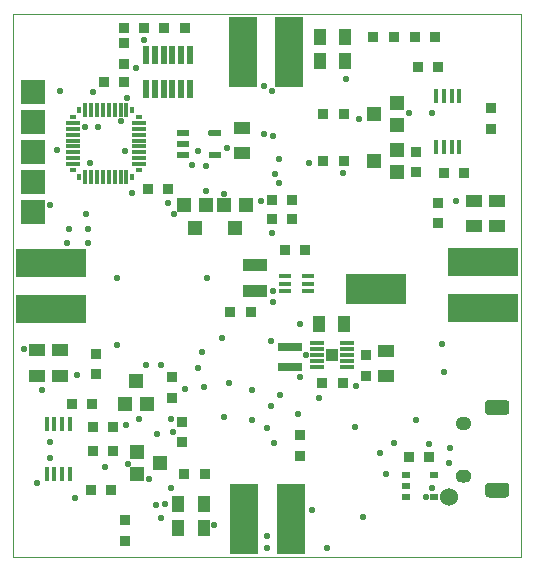
<source format=gts>
G04 PROTEUS RS274X GERBER FILE*
%FSLAX24Y24*%
%MOIN*%
%ADD51C,0.0220*%
%ADD52C,0.0600*%
%ADD53R,0.0926X0.2383*%
%ADD54R,0.2383X0.0926*%
%ADD18C,0.0012*%
%ADD55R,0.0420X0.0520*%
%ADD56R,0.0520X0.0420*%
%ADD57R,0.0370X0.0370*%
%ADD58R,0.0177X0.0453*%
%ADD59R,0.0500X0.0450*%
%ADD60R,0.0450X0.0500*%
%ADD23R,0.0393X0.0137*%
%ADD24R,0.0787X0.0393*%
%ADD61R,0.0236X0.0610*%
%ADD62R,0.0270X0.0220*%
%ADD63R,0.0492X0.0138*%
%ADD64R,0.0436X0.0416*%
%ADD29R,0.0787X0.0314*%
%ADD72R,0.0410X0.0240*%
%ADD65R,0.0820X0.0820*%
%ADD30R,0.0118X0.0216*%
%ADD66R,0.0138X0.0492*%
%ADD32R,0.0216X0.0118*%
%ADD67R,0.1000X0.1000*%
%ADD33C,0.0020*%
G54D51*
X-4483Y+3092D03*
X-6045Y+2377D03*
X+3188Y-7716D03*
X-6316Y-2994D03*
X-5914Y+4069D03*
X-3384Y-7272D03*
X-4021Y-2666D03*
X+6306Y+2803D03*
X+5500Y-6750D03*
X-2500Y+4000D03*
X+0Y-8750D03*
X+4750Y+5750D03*
X-5000Y-2000D03*
X-7500Y-3500D03*
X-1750Y-8000D03*
X+2000Y-8750D03*
X+4250Y-5250D03*
X+2952Y-4724D03*
X+1317Y-2323D03*
X+2958Y-3363D03*
X+3058Y+5537D03*
X-4881Y+5472D03*
X+1500Y-7500D03*
X-500Y-4500D03*
X-500Y-3500D03*
X+186Y-563D03*
X-6063Y+5282D03*
X-189Y+2826D03*
X-5625Y+5276D03*
X+190Y-180D03*
X+155Y+1756D03*
X+6072Y-5903D03*
X+4976Y-4495D03*
X+1750Y-3750D03*
X+0Y-4750D03*
X+0Y-8346D03*
X-1854Y+5081D03*
X-1338Y+4566D03*
X-2023Y+3993D03*
X-2023Y+3143D03*
X-7217Y+2689D03*
X-4723Y+4486D03*
X+1051Y-4289D03*
X+5293Y-7047D03*
X-2284Y+4489D03*
X+5393Y-5275D03*
X+3976Y-6299D03*
X-1500Y-1750D03*
X-4648Y+6259D03*
X+2640Y+6890D03*
G54D52*
X+6062Y-7047D03*
G54D51*
X+6102Y-5429D03*
X+5905Y-2893D03*
X-3298Y+2762D03*
X-5000Y+250D03*
X-7654Y-6596D03*
X-7000Y+4500D03*
X-3688Y-7326D03*
X-3539Y-7751D03*
X-107Y+6662D03*
X-107Y+5042D03*
X+2525Y+3736D03*
X+275Y+3720D03*
X+393Y+3428D03*
X+172Y+6483D03*
X+215Y+4984D03*
X+1399Y+4078D03*
X+397Y+4213D03*
X-2719Y-3443D03*
X-7244Y-5767D03*
X-8100Y-2112D03*
X-1434Y+3043D03*
X-5958Y+1412D03*
X-6653Y+1417D03*
X-4094Y+8188D03*
X-3101Y+2376D03*
X-5958Y+1892D03*
X-6614Y+1889D03*
X-4366Y+7263D03*
X-5787Y+6437D03*
X-6896Y+6494D03*
X-5403Y-6039D03*
X-4627Y-5937D03*
X-4682Y-4655D03*
X-3660Y-4950D03*
X-3543Y-2637D03*
X-2085Y-3386D03*
X-3188Y-4468D03*
X-4251Y-4468D03*
X-2000Y+250D03*
X-1250Y-3250D03*
X+250Y-5250D03*
X+1110Y-1300D03*
X+151Y-1837D03*
X+5825Y-1954D03*
X-3942Y-6439D03*
X-7243Y-5207D03*
X-3130Y-4900D03*
X-1440Y-4390D03*
X+127Y-4022D03*
X+430Y-3660D03*
X+1092Y-3036D03*
X+3764Y-5599D03*
X-2178Y-2210D03*
X-2283Y-2736D03*
X-3189Y-6742D03*
X-6382Y-7088D03*
X+5500Y+5750D03*
G54D53*
X-787Y+7795D03*
X+748Y+7795D03*
G54D54*
X-7204Y+748D03*
X-7204Y-787D03*
G54D53*
X+787Y-7795D03*
X-748Y-7795D03*
G54D54*
X+7204Y-748D03*
X+7204Y+787D03*
G54D18*
X+6496Y-6538D02*
X+6574Y-6538D01*
X+6613Y-6534D01*
X+6649Y-6523D01*
X+6682Y-6506D01*
X+6710Y-6483D01*
X+6733Y-6455D01*
X+6750Y-6423D01*
X+6761Y-6387D01*
X+6765Y-6347D01*
X+6765Y-6329D01*
X+6761Y-6289D01*
X+6750Y-6253D01*
X+6733Y-6221D01*
X+6710Y-6193D01*
X+6682Y-6170D01*
X+6649Y-6153D01*
X+6613Y-6142D01*
X+6574Y-6138D01*
X+6496Y-6138D01*
X+6457Y-6142D01*
X+6421Y-6153D01*
X+6388Y-6170D01*
X+6360Y-6193D01*
X+6337Y-6221D01*
X+6320Y-6253D01*
X+6309Y-6289D01*
X+6305Y-6329D01*
X+6305Y-6347D01*
X+6309Y-6387D01*
X+6320Y-6423D01*
X+6337Y-6455D01*
X+6360Y-6483D01*
X+6388Y-6506D01*
X+6421Y-6523D01*
X+6457Y-6534D01*
X+6496Y-6538D01*
X+6574Y-6538D01*
X+6450Y-6532D02*
X+6619Y-6532D01*
X+6430Y-6526D02*
X+6639Y-6526D01*
X+6415Y-6520D02*
X+6654Y-6520D01*
X+6403Y-6514D02*
X+6666Y-6514D01*
X+6391Y-6508D02*
X+6678Y-6508D01*
X+6383Y-6502D02*
X+6686Y-6502D01*
X+6375Y-6496D02*
X+6694Y-6496D01*
X+6368Y-6490D02*
X+6701Y-6490D01*
X+6361Y-6484D02*
X+6708Y-6484D01*
X+6355Y-6478D02*
X+6714Y-6478D01*
X+6350Y-6472D02*
X+6719Y-6472D01*
X+6346Y-6466D02*
X+6723Y-6466D01*
X+6341Y-6460D02*
X+6728Y-6460D01*
X+6336Y-6454D02*
X+6733Y-6454D01*
X+6333Y-6448D02*
X+6736Y-6448D01*
X+6330Y-6442D02*
X+6739Y-6442D01*
X+6326Y-6436D02*
X+6743Y-6436D01*
X+6323Y-6430D02*
X+6746Y-6430D01*
X+6320Y-6424D02*
X+6749Y-6424D01*
X+6318Y-6418D02*
X+6751Y-6418D01*
X+6316Y-6412D02*
X+6753Y-6412D01*
X+6314Y-6406D02*
X+6755Y-6406D01*
X+6312Y-6400D02*
X+6757Y-6400D01*
X+6311Y-6394D02*
X+6758Y-6394D01*
X+6309Y-6388D02*
X+6760Y-6388D01*
X+6308Y-6382D02*
X+6761Y-6382D01*
X+6307Y-6376D02*
X+6762Y-6376D01*
X+6307Y-6370D02*
X+6762Y-6370D01*
X+6306Y-6364D02*
X+6763Y-6364D01*
X+6306Y-6358D02*
X+6763Y-6358D01*
X+6305Y-6352D02*
X+6764Y-6352D01*
X+6305Y-6346D02*
X+6765Y-6346D01*
X+6305Y-6340D02*
X+6765Y-6340D01*
X+6305Y-6334D02*
X+6765Y-6334D01*
X+6305Y-6328D02*
X+6764Y-6328D01*
X+6305Y-6322D02*
X+6764Y-6322D01*
X+6306Y-6316D02*
X+6763Y-6316D01*
X+6306Y-6310D02*
X+6763Y-6310D01*
X+6307Y-6304D02*
X+6762Y-6304D01*
X+6308Y-6298D02*
X+6761Y-6298D01*
X+6308Y-6292D02*
X+6761Y-6292D01*
X+6309Y-6286D02*
X+6760Y-6286D01*
X+6311Y-6280D02*
X+6758Y-6280D01*
X+6313Y-6274D02*
X+6756Y-6274D01*
X+6315Y-6268D02*
X+6754Y-6268D01*
X+6317Y-6262D02*
X+6752Y-6262D01*
X+6319Y-6256D02*
X+6750Y-6256D01*
X+6321Y-6250D02*
X+6748Y-6250D01*
X+6324Y-6244D02*
X+6745Y-6244D01*
X+6327Y-6238D02*
X+6742Y-6238D01*
X+6331Y-6232D02*
X+6738Y-6232D01*
X+6334Y-6226D02*
X+6735Y-6226D01*
X+6337Y-6220D02*
X+6732Y-6220D01*
X+6342Y-6214D02*
X+6727Y-6214D01*
X+6347Y-6208D02*
X+6722Y-6208D01*
X+6352Y-6202D02*
X+6717Y-6202D01*
X+6357Y-6196D02*
X+6712Y-6196D01*
X+6363Y-6190D02*
X+6706Y-6190D01*
X+6370Y-6184D02*
X+6699Y-6184D01*
X+6378Y-6178D02*
X+6691Y-6178D01*
X+6385Y-6172D02*
X+6684Y-6172D01*
X+6395Y-6166D02*
X+6674Y-6166D01*
X+6407Y-6160D02*
X+6662Y-6160D01*
X+6419Y-6154D02*
X+6650Y-6154D01*
X+6437Y-6148D02*
X+6632Y-6148D01*
X+6457Y-6142D02*
X+6613Y-6142D01*
X+6496Y-6138D02*
X+6574Y-6138D01*
X+6496Y-4786D02*
X+6574Y-4786D01*
X+6613Y-4782D01*
X+6649Y-4771D01*
X+6682Y-4754D01*
X+6710Y-4731D01*
X+6733Y-4703D01*
X+6750Y-4671D01*
X+6761Y-4635D01*
X+6765Y-4595D01*
X+6765Y-4577D01*
X+6761Y-4537D01*
X+6750Y-4501D01*
X+6733Y-4469D01*
X+6710Y-4441D01*
X+6682Y-4418D01*
X+6649Y-4401D01*
X+6613Y-4390D01*
X+6574Y-4386D01*
X+6496Y-4386D01*
X+6457Y-4390D01*
X+6421Y-4401D01*
X+6388Y-4418D01*
X+6360Y-4441D01*
X+6337Y-4469D01*
X+6320Y-4501D01*
X+6309Y-4537D01*
X+6305Y-4577D01*
X+6305Y-4595D01*
X+6309Y-4635D01*
X+6320Y-4671D01*
X+6337Y-4703D01*
X+6360Y-4731D01*
X+6388Y-4754D01*
X+6421Y-4771D01*
X+6457Y-4782D01*
X+6496Y-4786D01*
X+6574Y-4786D01*
X+6450Y-4780D02*
X+6619Y-4780D01*
X+6430Y-4774D02*
X+6639Y-4774D01*
X+6415Y-4768D02*
X+6654Y-4768D01*
X+6403Y-4762D02*
X+6666Y-4762D01*
X+6391Y-4756D02*
X+6678Y-4756D01*
X+6383Y-4750D02*
X+6686Y-4750D01*
X+6375Y-4744D02*
X+6694Y-4744D01*
X+6368Y-4738D02*
X+6701Y-4738D01*
X+6361Y-4732D02*
X+6708Y-4732D01*
X+6355Y-4726D02*
X+6714Y-4726D01*
X+6350Y-4720D02*
X+6719Y-4720D01*
X+6346Y-4714D02*
X+6723Y-4714D01*
X+6341Y-4708D02*
X+6728Y-4708D01*
X+6336Y-4702D02*
X+6733Y-4702D01*
X+6333Y-4696D02*
X+6736Y-4696D01*
X+6330Y-4690D02*
X+6739Y-4690D01*
X+6326Y-4684D02*
X+6743Y-4684D01*
X+6323Y-4678D02*
X+6746Y-4678D01*
X+6320Y-4672D02*
X+6749Y-4672D01*
X+6318Y-4666D02*
X+6751Y-4666D01*
X+6316Y-4660D02*
X+6753Y-4660D01*
X+6314Y-4654D02*
X+6755Y-4654D01*
X+6312Y-4648D02*
X+6757Y-4648D01*
X+6311Y-4642D02*
X+6758Y-4642D01*
X+6309Y-4636D02*
X+6760Y-4636D01*
X+6308Y-4630D02*
X+6761Y-4630D01*
X+6307Y-4624D02*
X+6762Y-4624D01*
X+6307Y-4618D02*
X+6762Y-4618D01*
X+6306Y-4612D02*
X+6763Y-4612D01*
X+6306Y-4606D02*
X+6763Y-4606D01*
X+6305Y-4600D02*
X+6764Y-4600D01*
X+6305Y-4594D02*
X+6765Y-4594D01*
X+6305Y-4588D02*
X+6765Y-4588D01*
X+6305Y-4582D02*
X+6765Y-4582D01*
X+6305Y-4576D02*
X+6764Y-4576D01*
X+6305Y-4570D02*
X+6764Y-4570D01*
X+6306Y-4564D02*
X+6763Y-4564D01*
X+6306Y-4558D02*
X+6763Y-4558D01*
X+6307Y-4552D02*
X+6762Y-4552D01*
X+6308Y-4546D02*
X+6761Y-4546D01*
X+6308Y-4540D02*
X+6761Y-4540D01*
X+6309Y-4534D02*
X+6760Y-4534D01*
X+6311Y-4528D02*
X+6758Y-4528D01*
X+6313Y-4522D02*
X+6756Y-4522D01*
X+6315Y-4516D02*
X+6754Y-4516D01*
X+6317Y-4510D02*
X+6752Y-4510D01*
X+6319Y-4504D02*
X+6750Y-4504D01*
X+6321Y-4498D02*
X+6748Y-4498D01*
X+6324Y-4492D02*
X+6745Y-4492D01*
X+6327Y-4486D02*
X+6742Y-4486D01*
X+6331Y-4480D02*
X+6738Y-4480D01*
X+6334Y-4474D02*
X+6735Y-4474D01*
X+6337Y-4468D02*
X+6732Y-4468D01*
X+6342Y-4462D02*
X+6727Y-4462D01*
X+6347Y-4456D02*
X+6722Y-4456D01*
X+6352Y-4450D02*
X+6717Y-4450D01*
X+6357Y-4444D02*
X+6712Y-4444D01*
X+6363Y-4438D02*
X+6706Y-4438D01*
X+6370Y-4432D02*
X+6699Y-4432D01*
X+6378Y-4426D02*
X+6691Y-4426D01*
X+6385Y-4420D02*
X+6684Y-4420D01*
X+6395Y-4414D02*
X+6674Y-4414D01*
X+6407Y-4408D02*
X+6662Y-4408D01*
X+6419Y-4402D02*
X+6650Y-4402D01*
X+6437Y-4396D02*
X+6632Y-4396D01*
X+6457Y-4390D02*
X+6613Y-4390D01*
X+6496Y-4386D02*
X+6574Y-4386D01*
X+7390Y-7037D02*
X+7936Y-7037D01*
X+7960Y-7034D01*
X+7981Y-7027D01*
X+8001Y-7018D01*
X+8018Y-7004D01*
X+8031Y-6987D01*
X+8041Y-6968D01*
X+8048Y-6946D01*
X+8050Y-6923D01*
X+8050Y-6691D01*
X+8048Y-6668D01*
X+8041Y-6646D01*
X+8031Y-6627D01*
X+8018Y-6610D01*
X+8001Y-6596D01*
X+7981Y-6587D01*
X+7960Y-6580D01*
X+7936Y-6577D01*
X+7390Y-6577D01*
X+7366Y-6580D01*
X+7345Y-6587D01*
X+7325Y-6596D01*
X+7308Y-6610D01*
X+7295Y-6627D01*
X+7285Y-6646D01*
X+7278Y-6668D01*
X+7276Y-6691D01*
X+7276Y-6923D01*
X+7278Y-6946D01*
X+7285Y-6968D01*
X+7295Y-6987D01*
X+7308Y-7004D01*
X+7325Y-7018D01*
X+7345Y-7027D01*
X+7366Y-7034D01*
X+7390Y-7037D01*
X+7936Y-7037D01*
X+7357Y-7031D02*
X+7969Y-7031D01*
X+7340Y-7025D02*
X+7985Y-7025D01*
X+7327Y-7019D02*
X+7998Y-7019D01*
X+7318Y-7013D02*
X+8007Y-7013D01*
X+7311Y-7007D02*
X+8014Y-7007D01*
X+7305Y-7001D02*
X+8020Y-7001D01*
X+7301Y-6995D02*
X+8024Y-6995D01*
X+7296Y-6989D02*
X+8029Y-6989D01*
X+7292Y-6983D02*
X+8033Y-6983D01*
X+7289Y-6977D02*
X+8036Y-6977D01*
X+7286Y-6971D02*
X+8039Y-6971D01*
X+7284Y-6965D02*
X+8041Y-6965D01*
X+7282Y-6959D02*
X+8043Y-6959D01*
X+7280Y-6953D02*
X+8045Y-6953D01*
X+7278Y-6947D02*
X+8047Y-6947D01*
X+7277Y-6941D02*
X+8048Y-6941D01*
X+7277Y-6935D02*
X+8048Y-6935D01*
X+7276Y-6929D02*
X+8049Y-6929D01*
X+7276Y-6923D02*
X+8050Y-6923D01*
X+7276Y-6917D02*
X+8050Y-6917D01*
X+7276Y-6911D02*
X+8050Y-6911D01*
X+7276Y-6905D02*
X+8050Y-6905D01*
X+7276Y-6899D02*
X+8050Y-6899D01*
X+7276Y-6893D02*
X+8050Y-6893D01*
X+7276Y-6887D02*
X+8050Y-6887D01*
X+7276Y-6881D02*
X+8050Y-6881D01*
X+7276Y-6875D02*
X+8050Y-6875D01*
X+7276Y-6869D02*
X+8050Y-6869D01*
X+7276Y-6863D02*
X+8050Y-6863D01*
X+7276Y-6857D02*
X+8050Y-6857D01*
X+7276Y-6851D02*
X+8050Y-6851D01*
X+7276Y-6845D02*
X+8050Y-6845D01*
X+7276Y-6839D02*
X+8050Y-6839D01*
X+7276Y-6833D02*
X+8050Y-6833D01*
X+7276Y-6827D02*
X+8050Y-6827D01*
X+7276Y-6821D02*
X+8050Y-6821D01*
X+7276Y-6815D02*
X+8050Y-6815D01*
X+7276Y-6809D02*
X+8050Y-6809D01*
X+7276Y-6803D02*
X+8050Y-6803D01*
X+7276Y-6797D02*
X+8050Y-6797D01*
X+7276Y-6791D02*
X+8050Y-6791D01*
X+7276Y-6785D02*
X+8050Y-6785D01*
X+7276Y-6779D02*
X+8050Y-6779D01*
X+7276Y-6773D02*
X+8050Y-6773D01*
X+7276Y-6767D02*
X+8050Y-6767D01*
X+7276Y-6761D02*
X+8050Y-6761D01*
X+7276Y-6755D02*
X+8050Y-6755D01*
X+7276Y-6749D02*
X+8050Y-6749D01*
X+7276Y-6743D02*
X+8050Y-6743D01*
X+7276Y-6737D02*
X+8050Y-6737D01*
X+7276Y-6731D02*
X+8050Y-6731D01*
X+7276Y-6725D02*
X+8050Y-6725D01*
X+7276Y-6719D02*
X+8050Y-6719D01*
X+7276Y-6713D02*
X+8050Y-6713D01*
X+7276Y-6707D02*
X+8050Y-6707D01*
X+7276Y-6701D02*
X+8050Y-6701D01*
X+7276Y-6695D02*
X+8050Y-6695D01*
X+7276Y-6689D02*
X+8049Y-6689D01*
X+7276Y-6683D02*
X+8049Y-6683D01*
X+7277Y-6677D02*
X+8048Y-6677D01*
X+7277Y-6671D02*
X+8048Y-6671D01*
X+7278Y-6665D02*
X+8047Y-6665D01*
X+7280Y-6659D02*
X+8045Y-6659D01*
X+7282Y-6653D02*
X+8043Y-6653D01*
X+7284Y-6647D02*
X+8041Y-6647D01*
X+7287Y-6641D02*
X+8038Y-6641D01*
X+7290Y-6635D02*
X+8035Y-6635D01*
X+7293Y-6629D02*
X+8032Y-6629D01*
X+7298Y-6623D02*
X+8027Y-6623D01*
X+7302Y-6617D02*
X+8023Y-6617D01*
X+7307Y-6611D02*
X+8018Y-6611D01*
X+7314Y-6605D02*
X+8011Y-6605D01*
X+7321Y-6599D02*
X+8004Y-6599D01*
X+7331Y-6593D02*
X+7994Y-6593D01*
X+7345Y-6587D02*
X+7981Y-6587D01*
X+7363Y-6581D02*
X+7963Y-6581D01*
X+7390Y-6577D02*
X+7936Y-6577D01*
X+7390Y-4281D02*
X+7936Y-4281D01*
X+7960Y-4278D01*
X+7981Y-4271D01*
X+8001Y-4262D01*
X+8018Y-4248D01*
X+8031Y-4231D01*
X+8041Y-4212D01*
X+8048Y-4190D01*
X+8050Y-4167D01*
X+8050Y-3935D01*
X+8048Y-3912D01*
X+8041Y-3890D01*
X+8031Y-3871D01*
X+8018Y-3854D01*
X+8001Y-3840D01*
X+7981Y-3831D01*
X+7960Y-3824D01*
X+7936Y-3821D01*
X+7390Y-3821D01*
X+7366Y-3824D01*
X+7345Y-3831D01*
X+7325Y-3840D01*
X+7308Y-3854D01*
X+7295Y-3871D01*
X+7285Y-3890D01*
X+7278Y-3912D01*
X+7276Y-3935D01*
X+7276Y-4167D01*
X+7278Y-4190D01*
X+7285Y-4212D01*
X+7295Y-4231D01*
X+7308Y-4248D01*
X+7325Y-4262D01*
X+7345Y-4271D01*
X+7366Y-4278D01*
X+7390Y-4281D01*
X+7936Y-4281D01*
X+7357Y-4275D02*
X+7969Y-4275D01*
X+7340Y-4269D02*
X+7985Y-4269D01*
X+7327Y-4263D02*
X+7998Y-4263D01*
X+7318Y-4257D02*
X+8007Y-4257D01*
X+7311Y-4251D02*
X+8014Y-4251D01*
X+7305Y-4245D02*
X+8020Y-4245D01*
X+7301Y-4239D02*
X+8024Y-4239D01*
X+7296Y-4233D02*
X+8029Y-4233D01*
X+7292Y-4227D02*
X+8033Y-4227D01*
X+7289Y-4221D02*
X+8036Y-4221D01*
X+7286Y-4215D02*
X+8039Y-4215D01*
X+7284Y-4209D02*
X+8041Y-4209D01*
X+7282Y-4203D02*
X+8043Y-4203D01*
X+7280Y-4197D02*
X+8045Y-4197D01*
X+7278Y-4191D02*
X+8047Y-4191D01*
X+7277Y-4185D02*
X+8048Y-4185D01*
X+7277Y-4179D02*
X+8048Y-4179D01*
X+7276Y-4173D02*
X+8049Y-4173D01*
X+7276Y-4167D02*
X+8050Y-4167D01*
X+7276Y-4161D02*
X+8050Y-4161D01*
X+7276Y-4155D02*
X+8050Y-4155D01*
X+7276Y-4149D02*
X+8050Y-4149D01*
X+7276Y-4143D02*
X+8050Y-4143D01*
X+7276Y-4137D02*
X+8050Y-4137D01*
X+7276Y-4131D02*
X+8050Y-4131D01*
X+7276Y-4125D02*
X+8050Y-4125D01*
X+7276Y-4119D02*
X+8050Y-4119D01*
X+7276Y-4113D02*
X+8050Y-4113D01*
X+7276Y-4107D02*
X+8050Y-4107D01*
X+7276Y-4101D02*
X+8050Y-4101D01*
X+7276Y-4095D02*
X+8050Y-4095D01*
X+7276Y-4089D02*
X+8050Y-4089D01*
X+7276Y-4083D02*
X+8050Y-4083D01*
X+7276Y-4077D02*
X+8050Y-4077D01*
X+7276Y-4071D02*
X+8050Y-4071D01*
X+7276Y-4065D02*
X+8050Y-4065D01*
X+7276Y-4059D02*
X+8050Y-4059D01*
X+7276Y-4053D02*
X+8050Y-4053D01*
X+7276Y-4047D02*
X+8050Y-4047D01*
X+7276Y-4041D02*
X+8050Y-4041D01*
X+7276Y-4035D02*
X+8050Y-4035D01*
X+7276Y-4029D02*
X+8050Y-4029D01*
X+7276Y-4023D02*
X+8050Y-4023D01*
X+7276Y-4017D02*
X+8050Y-4017D01*
X+7276Y-4011D02*
X+8050Y-4011D01*
X+7276Y-4005D02*
X+8050Y-4005D01*
X+7276Y-3999D02*
X+8050Y-3999D01*
X+7276Y-3993D02*
X+8050Y-3993D01*
X+7276Y-3987D02*
X+8050Y-3987D01*
X+7276Y-3981D02*
X+8050Y-3981D01*
X+7276Y-3975D02*
X+8050Y-3975D01*
X+7276Y-3969D02*
X+8050Y-3969D01*
X+7276Y-3963D02*
X+8050Y-3963D01*
X+7276Y-3957D02*
X+8050Y-3957D01*
X+7276Y-3951D02*
X+8050Y-3951D01*
X+7276Y-3945D02*
X+8050Y-3945D01*
X+7276Y-3939D02*
X+8050Y-3939D01*
X+7276Y-3933D02*
X+8049Y-3933D01*
X+7276Y-3927D02*
X+8049Y-3927D01*
X+7277Y-3921D02*
X+8048Y-3921D01*
X+7277Y-3915D02*
X+8048Y-3915D01*
X+7278Y-3909D02*
X+8047Y-3909D01*
X+7280Y-3903D02*
X+8045Y-3903D01*
X+7282Y-3897D02*
X+8043Y-3897D01*
X+7284Y-3891D02*
X+8041Y-3891D01*
X+7287Y-3885D02*
X+8038Y-3885D01*
X+7290Y-3879D02*
X+8035Y-3879D01*
X+7293Y-3873D02*
X+8032Y-3873D01*
X+7298Y-3867D02*
X+8027Y-3867D01*
X+7302Y-3861D02*
X+8023Y-3861D01*
X+7307Y-3855D02*
X+8018Y-3855D01*
X+7314Y-3849D02*
X+8011Y-3849D01*
X+7321Y-3843D02*
X+8004Y-3843D01*
X+7331Y-3837D02*
X+7994Y-3837D01*
X+7345Y-3831D02*
X+7981Y-3831D01*
X+7363Y-3825D02*
X+7963Y-3825D01*
X+7390Y-3821D02*
X+7936Y-3821D01*
G54D55*
X+1771Y+7480D03*
X+2611Y+7480D03*
X+2611Y+8267D03*
X+1771Y+8267D03*
G54D56*
X-6889Y-2165D03*
X-6889Y-3005D03*
X-7677Y-3005D03*
X-7677Y-2165D03*
G54D55*
X-2112Y-7283D03*
X-2952Y-7283D03*
X-2112Y-8070D03*
X-2952Y-8070D03*
G54D56*
X+6889Y+1968D03*
X+6889Y+2808D03*
X+7677Y+2808D03*
X+7677Y+1968D03*
G54D57*
X+4223Y+8267D03*
X+3543Y+8267D03*
X-5708Y-2952D03*
X-5708Y-2272D03*
X-2755Y-6299D03*
X-2075Y-6299D03*
X+5708Y+2755D03*
X+5708Y+2075D03*
G54D58*
X+6417Y+6299D03*
X+6161Y+6299D03*
X+5905Y+6299D03*
X+5649Y+6299D03*
X+5649Y+4606D03*
X+5905Y+4606D03*
X+6161Y+4606D03*
X+6417Y+4606D03*
X-6574Y-4606D03*
X-6830Y-4606D03*
X-7086Y-4606D03*
X-7342Y-4606D03*
X-7342Y-6299D03*
X-7086Y-6299D03*
X-6830Y-6299D03*
X-6574Y-6299D03*
G54D57*
X+5601Y+8267D03*
X+4921Y+8267D03*
X+5708Y+7283D03*
X+5028Y+7283D03*
G54D59*
X+3580Y+5708D03*
X+4330Y+5338D03*
X+4330Y+6078D03*
G54D57*
X+2559Y+5708D03*
X+1879Y+5708D03*
X+6585Y+3740D03*
X+5905Y+3740D03*
G54D59*
X+3580Y+4149D03*
X+4330Y+3779D03*
X+4330Y+4519D03*
G54D57*
X+4960Y+4459D03*
X+4960Y+3779D03*
X+2559Y+4133D03*
X+1879Y+4133D03*
X-6496Y-3937D03*
X-5816Y-3937D03*
X-5798Y-4724D03*
X-5118Y-4724D03*
G54D60*
X-4354Y-3187D03*
X-4724Y-3937D03*
X-3984Y-3937D03*
G54D59*
X-3580Y-5929D03*
X-4330Y-5559D03*
X-4330Y-6299D03*
G54D57*
X-3149Y-3060D03*
X-3149Y-3740D03*
X-5196Y-6811D03*
X-5876Y-6811D03*
X-5798Y-5511D03*
X-5118Y-5511D03*
X-2834Y-5227D03*
X-2834Y-4547D03*
X-4724Y-8503D03*
X-4724Y-7823D03*
X+7480Y+5905D03*
X+7480Y+5225D03*
X-3296Y+3228D03*
X-3976Y+3228D03*
G54D23*
X+1377Y-196D03*
X+1377Y+59D03*
X+1377Y+314D03*
X+590Y+314D03*
X+590Y+59D03*
X+590Y-196D03*
G54D24*
X-393Y-196D03*
X-393Y+688D03*
G54D57*
X-540Y-885D03*
X-1220Y-885D03*
X+590Y+1181D03*
X+1270Y+1181D03*
G54D61*
X-2559Y+7677D03*
X-2854Y+7677D03*
X-3149Y+7677D03*
X-3444Y+7677D03*
X-3740Y+7677D03*
X-4035Y+7677D03*
X-4035Y+6535D03*
X-3740Y+6535D03*
X-3444Y+6535D03*
X-3149Y+6535D03*
X-2854Y+6535D03*
X-2559Y+6535D03*
G54D57*
X-4763Y+7390D03*
X-4763Y+8070D03*
X-4088Y+8590D03*
X-4768Y+8590D03*
X-5428Y+6773D03*
X-4748Y+6773D03*
G54D62*
X+4638Y-6312D03*
X+4638Y-6682D03*
X+4638Y-7062D03*
X+5578Y-7062D03*
X+5578Y-6312D03*
G54D57*
X+4724Y-5708D03*
X+5404Y-5708D03*
G54D63*
X+1653Y-1929D03*
X+1653Y-2125D03*
X+1653Y-2322D03*
X+1653Y-2519D03*
X+1653Y-2716D03*
X+2677Y-2716D03*
X+2677Y-2519D03*
X+2677Y-2322D03*
X+2677Y-2125D03*
X+2677Y-1929D03*
G54D64*
X+2165Y-2322D03*
G54D29*
X+760Y-2719D03*
X+760Y-2050D03*
G54D72*
X-2810Y+5088D03*
X-2810Y+4714D03*
X-2810Y+4340D03*
X-1747Y+4340D03*
X-1747Y+5088D03*
G54D57*
X+3307Y-3002D03*
X+3307Y-2322D03*
G54D56*
X-826Y+4409D03*
X-826Y+5249D03*
G54D57*
X+1102Y-5000D03*
X+1102Y-5680D03*
X+2519Y-3267D03*
X+1839Y-3267D03*
G54D56*
X+3976Y-2191D03*
X+3976Y-3031D03*
G54D55*
X+1732Y-1299D03*
X+2572Y-1299D03*
G54D65*
X-7790Y+2460D03*
X-7790Y+3460D03*
X-7790Y+4460D03*
X-7790Y+5460D03*
X-7790Y+6460D03*
G54D30*
X-4486Y+5834D03*
G54D66*
X-4683Y+5834D03*
X-4880Y+5834D03*
X-5076Y+5834D03*
X-5273Y+5834D03*
X-5470Y+5834D03*
X-5667Y+5834D03*
X-5864Y+5834D03*
X-6061Y+5834D03*
G54D30*
X-6257Y+5834D03*
G54D32*
X-6474Y+5618D03*
G54D63*
X-6474Y+5421D03*
X-6474Y+5224D03*
X-6474Y+5027D03*
X-6474Y+4830D03*
X-6474Y+4633D03*
X-6474Y+4437D03*
X-6474Y+4240D03*
X-6474Y+4043D03*
G54D32*
X-6474Y+3846D03*
G54D30*
X-6257Y+3630D03*
G54D66*
X-6061Y+3630D03*
X-5864Y+3630D03*
X-5667Y+3630D03*
X-5470Y+3630D03*
X-5273Y+3630D03*
X-5076Y+3630D03*
X-4880Y+3630D03*
X-4683Y+3630D03*
G54D30*
X-4486Y+3630D03*
G54D32*
X-4269Y+3846D03*
G54D63*
X-4269Y+4043D03*
X-4269Y+4240D03*
X-4269Y+4437D03*
X-4269Y+4633D03*
X-4269Y+4830D03*
X-4269Y+5027D03*
X-4269Y+5224D03*
X-4269Y+5421D03*
G54D32*
X-4269Y+5618D03*
G54D57*
X+157Y+2834D03*
X+837Y+2834D03*
X+157Y+2204D03*
X+837Y+2204D03*
X-3425Y+8582D03*
X-2745Y+8582D03*
G54D60*
X-2401Y+1929D03*
X-2031Y+2679D03*
X-2771Y+2679D03*
X-1062Y+1929D03*
X-692Y+2679D03*
X-1432Y+2679D03*
G54D67*
X+4150Y-120D03*
X+3150Y-120D03*
G54D33*
X-8464Y-9055D02*
X+8464Y-9055D01*
X+8464Y+9055D01*
X-8464Y+9055D01*
X-8464Y-9055D01*
M00*

</source>
